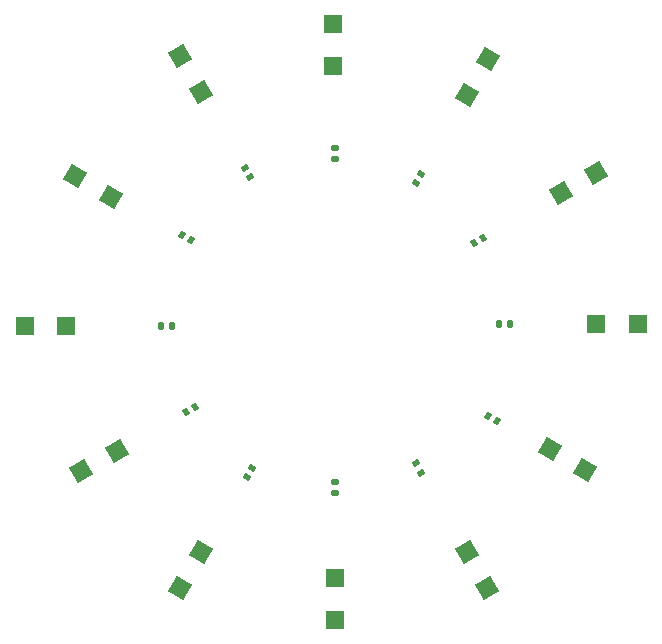
<source format=gbr>
%TF.GenerationSoftware,Altium Limited,Altium Designer,19.0.15 (446)*%
G04 Layer_Color=8421504*
%FSLAX45Y45*%
%MOMM*%
%TF.FileFunction,Paste,Top*%
%TF.Part,Single*%
G01*
G75*
%TA.AperFunction,SMDPad,CuDef*%
%ADD10P,2.12132X4X165.0*%
%ADD11R,1.50000X1.50000*%
G04:AMPARAMS|DCode=12|XSize=0.49mm|YSize=0.6mm|CornerRadius=0.049mm|HoleSize=0mm|Usage=FLASHONLY|Rotation=120.000|XOffset=0mm|YOffset=0mm|HoleType=Round|Shape=RoundedRectangle|*
%AMROUNDEDRECTD12*
21,1,0.49000,0.50200,0,0,120.0*
21,1,0.39200,0.60000,0,0,120.0*
1,1,0.09800,0.11937,0.29524*
1,1,0.09800,0.31537,-0.04424*
1,1,0.09800,-0.11937,-0.29524*
1,1,0.09800,-0.31537,0.04424*
%
%ADD12ROUNDEDRECTD12*%
G04:AMPARAMS|DCode=13|XSize=0.49mm|YSize=0.6mm|CornerRadius=0.049mm|HoleSize=0mm|Usage=FLASHONLY|Rotation=90.000|XOffset=0mm|YOffset=0mm|HoleType=Round|Shape=RoundedRectangle|*
%AMROUNDEDRECTD13*
21,1,0.49000,0.50200,0,0,90.0*
21,1,0.39200,0.60000,0,0,90.0*
1,1,0.09800,0.25100,0.19600*
1,1,0.09800,0.25100,-0.19600*
1,1,0.09800,-0.25100,-0.19600*
1,1,0.09800,-0.25100,0.19600*
%
%ADD13ROUNDEDRECTD13*%
%ADD14P,2.12132X4X105.0*%
%ADD15P,2.12132X4X195.0*%
G04:AMPARAMS|DCode=16|XSize=0.49mm|YSize=0.6mm|CornerRadius=0.049mm|HoleSize=0mm|Usage=FLASHONLY|Rotation=60.000|XOffset=0mm|YOffset=0mm|HoleType=Round|Shape=RoundedRectangle|*
%AMROUNDEDRECTD16*
21,1,0.49000,0.50200,0,0,60.0*
21,1,0.39200,0.60000,0,0,60.0*
1,1,0.09800,0.31537,0.04424*
1,1,0.09800,0.11937,-0.29524*
1,1,0.09800,-0.31537,-0.04424*
1,1,0.09800,-0.11937,0.29524*
%
%ADD16ROUNDEDRECTD16*%
G04:AMPARAMS|DCode=17|XSize=0.49mm|YSize=0.6mm|CornerRadius=0.049mm|HoleSize=0mm|Usage=FLASHONLY|Rotation=150.000|XOffset=0mm|YOffset=0mm|HoleType=Round|Shape=RoundedRectangle|*
%AMROUNDEDRECTD17*
21,1,0.49000,0.50200,0,0,150.0*
21,1,0.39200,0.60000,0,0,150.0*
1,1,0.09800,-0.04424,0.31537*
1,1,0.09800,0.29524,0.11937*
1,1,0.09800,0.04424,-0.31537*
1,1,0.09800,-0.29524,-0.11937*
%
%ADD17ROUNDEDRECTD17*%
%ADD18R,1.50000X1.50000*%
%ADD19P,2.12132X4X75.0*%
G04:AMPARAMS|DCode=20|XSize=0.49mm|YSize=0.6mm|CornerRadius=0.049mm|HoleSize=0mm|Usage=FLASHONLY|Rotation=180.000|XOffset=0mm|YOffset=0mm|HoleType=Round|Shape=RoundedRectangle|*
%AMROUNDEDRECTD20*
21,1,0.49000,0.50200,0,0,180.0*
21,1,0.39200,0.60000,0,0,180.0*
1,1,0.09800,-0.19600,0.25100*
1,1,0.09800,0.19600,0.25100*
1,1,0.09800,0.19600,-0.25100*
1,1,0.09800,-0.19600,-0.25100*
%
%ADD20ROUNDEDRECTD20*%
G04:AMPARAMS|DCode=21|XSize=0.49mm|YSize=0.6mm|CornerRadius=0.049mm|HoleSize=0mm|Usage=FLASHONLY|Rotation=30.000|XOffset=0mm|YOffset=0mm|HoleType=Round|Shape=RoundedRectangle|*
%AMROUNDEDRECTD21*
21,1,0.49000,0.50200,0,0,30.0*
21,1,0.39200,0.60000,0,0,30.0*
1,1,0.09800,0.29524,-0.11937*
1,1,0.09800,-0.04424,-0.31537*
1,1,0.09800,-0.29524,0.11937*
1,1,0.09800,0.04424,0.31537*
%
%ADD21ROUNDEDRECTD21*%
D10*
X6424798Y8840043D02*
D03*
X6249802Y9143157D02*
D03*
X8674100Y4940300D02*
D03*
X8849101Y4637191D02*
D03*
D11*
X7543800Y9060698D02*
D03*
Y9410700D02*
D03*
X7556500Y4718802D02*
D03*
Y4368800D02*
D03*
D12*
X6842648Y8113994D02*
D03*
X6797152Y8192806D02*
D03*
X8244952Y5692211D02*
D03*
X8290448Y5613400D02*
D03*
D13*
X7556500Y8272998D02*
D03*
Y8364002D02*
D03*
Y5440898D02*
D03*
Y5531902D02*
D03*
D14*
X8676899Y8815491D02*
D03*
X8851900Y9118600D02*
D03*
X6424798Y4939457D02*
D03*
X6249802Y4636343D02*
D03*
D15*
X5663357Y7951602D02*
D03*
X5360243Y8126598D02*
D03*
X9374292Y5813801D02*
D03*
X9677400Y5638800D02*
D03*
D16*
X8244952Y8063194D02*
D03*
X8290448Y8142006D02*
D03*
X6855348Y5652806D02*
D03*
X6809852Y5573994D02*
D03*
D17*
X6338606Y7584552D02*
D03*
X6259794Y7630048D02*
D03*
X8850594Y6093348D02*
D03*
X8929406Y6047852D02*
D03*
D18*
X5280401Y6858000D02*
D03*
X4930399D02*
D03*
X9771898Y6870700D02*
D03*
X10121900D02*
D03*
D19*
X9468790Y7978399D02*
D03*
X9771898Y8153400D02*
D03*
X5713308Y5801101D02*
D03*
X5410200Y5626100D02*
D03*
D20*
X6179602Y6858000D02*
D03*
X6088598D02*
D03*
X8946098Y6870700D02*
D03*
X9037102D02*
D03*
D21*
X8736294Y7559152D02*
D03*
X8815106Y7604648D02*
D03*
X6376706Y6169548D02*
D03*
X6297894Y6124052D02*
D03*
%TF.MD5,5ed899319d7d76195ce2fed8ea24ae87*%
M02*

</source>
